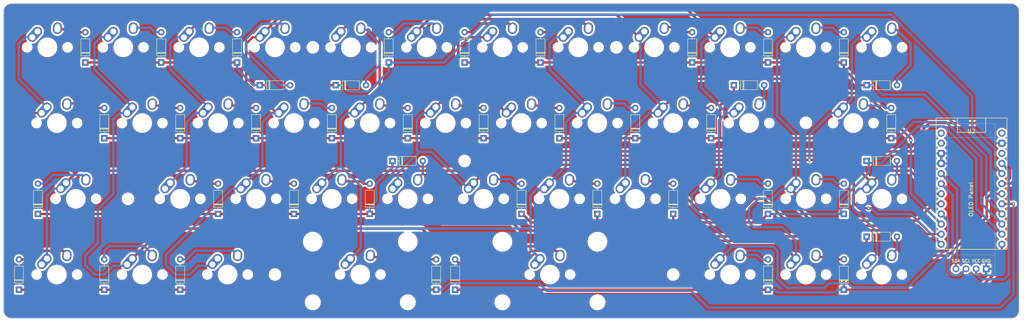
<source format=kicad_pcb>
(kicad_pcb (version 20221018) (generator pcbnew)
  (layers (0 "F.Cu" signal) (31 "B.Cu" signal) (34 "B.Paste" user) (35 "F.Paste" user) (36 "B.SilkS" user "B.Silkscreen") (37 "F.SilkS" user "F.Silkscreen") (38 "B.Mask" user) (39 "F.Mask" user) (44 "Edge.Cuts" user))
  (net 0 "")
  (net 1 "L0")
  (net 2 "Net-(D1-A)")
  (net 3 "Net-(D2-A)")
  (net 4 "Net-(D3-A)")
  (net 5 "Net-(D4-A)")
  (net 6 "Net-(D5-A)")
  (net 7 "Net-(D6-A)")
  (net 8 "L1")
  (net 9 "Net-(D7-A)")
  (net 10 "Net-(D8-A)")
  (net 11 "Net-(D9-A)")
  (net 12 "Net-(D10-A)")
  (net 13 "Net-(D11-A)")
  (net 14 "Net-(D12-A)")
  (net 15 "L2")
  (net 16 "Net-(D13-A)")
  (net 17 "Net-(D14-A)")
  (net 18 "Net-(D15-A)")
  (net 19 "Net-(D16-A)")
  (net 20 "Net-(D17-A)")
  (net 21 "Net-(D18-A)")
  (net 22 "L3")
  (net 23 "Net-(D19-A)")
  (net 24 "Net-(D20-A)")
  (net 25 "Net-(D21-A)")
  (net 26 "Net-(D22-A)")
  (net 27 "Net-(D23-A)")
  (net 28 "L4")
  (net 29 "Net-(D24-A)")
  (net 30 "Net-(D25-A)")
  (net 31 "Net-(D26-A)")
  (net 32 "Net-(D27-A)")
  (net 33 "Net-(D28-A)")
  (net 34 "L5")
  (net 35 "Net-(D29-A)")
  (net 36 "Net-(D30-A)")
  (net 37 "Net-(D31-A)")
  (net 38 "Net-(D32-A)")
  (net 39 "Net-(D33-A)")
  (net 40 "Net-(D34-A)")
  (net 41 "L6")
  (net 42 "Net-(D35-A)")
  (net 43 "Net-(D36-A)")
  (net 44 "Net-(D37-A)")
  (net 45 "Net-(D38-A)")
  (net 46 "L7")
  (net 47 "Net-(D39-A)")
  (net 48 "Net-(D40-A)")
  (net 49 "Net-(D41-A)")
  (net 50 "Net-(D42-A)")
  (net 51 "GND")
  (net 52 "Net-(U1-D1)")
  (net 53 "Net-(U1-D0)")
  (net 56 "VCC")
  (net 57 "C0")
  (net 58 "C1")
  (net 59 "C2")
  (net 60 "C3")
  (net 61 "C4")
  (net 62 "C5")
  (footprint "Diode_THT:D_DO-35_SOD27_P7.62mm_Horizontal" (layer "F.Cu") (at 124.275 153.81 90)
    (fp_text reference "D14" hide)
    (fp_text value "1N4148" hide)
  )
  (footprint "mx:MX-Alps-Hybrid-1.25U" (layer "F.Cu") (at 260.0063 169.05)
    (fp_text reference "MX32" hide)
    (fp_text value "MX" hide)
  )
  (footprint "mx:MX-Alps-Hybrid-1U" (layer "F.Cu") (at 210 150)
    (fp_text reference "MX19" hide)
    (fp_text value "MX" hide)
  )
  (footprint "PCM_marbastlib-xp-promicroish:ProMicro_USBup" (layer "F.Cu") (at 323.03 166.51)
    (fp_text reference "U1" hide)
    (fp_text value "ProMicro" hide)
  )
  (footprint "mx:MX-Alps-Hybrid-1U" (layer "F.Cu") (at 90.9375 130.95)
    (fp_text reference "MX1" hide)
    (fp_text value "MX" hide)
  )
  (footprint "Diode_THT:D_DO-35_SOD27_P7.62mm_Horizontal" (layer "F.Cu") (at 290.9625 191.91 90)
    (fp_text reference "D41" hide)
    (fp_text value "1N4148" hide)
  )
  (footprint "Diode_THT:D_DO-35_SOD27_P7.62mm_Horizontal" (layer "F.Cu") (at 252.8625 134.76 90)
    (fp_text reference "D9" hide)
    (fp_text value "1N4148" hide)
  )
  (footprint "Diode_THT:D_DO-35_SOD27_P7.62mm_Horizontal" (layer "F.Cu") (at 133.8 172.86 90)
    (fp_text reference "D25" hide)
    (fp_text value "1N4148" hide)
  )
  (footprint "mx:MX-Alps-Hybrid-1U" (layer "F.Cu") (at 200.475 169.05)
    (fp_text reference "MX29" hide)
    (fp_text value "MX" hide)
  )
  (footprint "mx:MX-Alps-Hybrid-1.25U" (layer "F.Cu") (at 136.1813 188.1)
    (fp_text reference "MX37" hide)
    (fp_text value "MX" hide)
  )
  (footprint "mx:MX-Alps-Hybrid-1U" (layer "F.Cu") (at 243.3375 130.95)
    (fp_text reference "MX9" hide)
    (fp_text value "MX" hide)
  )
  (footprint "Diode_THT:D_DO-35_SOD27_P7.62mm_Horizontal" (layer "F.Cu") (at 143.325 153.81 90)
    (fp_text reference "D15" hide)
    (fp_text value "1N4148" hide)
  )
  (footprint "Diode_THT:D_DO-35_SOD27_P7.62mm_Horizontal" (layer "F.Cu") (at 193.3313 191.91 90)
    (fp_text reference "D39" hide)
    (fp_text value "1N4148" hide)
  )
  (footprint "mx:MX-Alps-Hybrid-1U" (layer "F.Cu") (at 109.9875 130.95)
    (fp_text reference "MX2" hide)
    (fp_text value "MX" hide)
  )
  (footprint "mx:MX-Alps-Hybrid-1U" (layer "F.Cu") (at 190.95 150)
    (fp_text reference "MX18" hide)
    (fp_text value "MX" hide)
  )
  (footprint "MountingHole:MountingHole_2.2mm_M2" (layer "F.Cu") (at 281.4375 149.925)
    (fp_text reference "H5" hide)
    (fp_text value "MountingHole" hide)
  )
  (footprint "Diode_THT:D_DO-35_SOD27_P7.62mm_Horizontal" (layer "F.Cu") (at 144.2775 140.475)
    (fp_text reference "D4" hide)
    (fp_text value "1N4148" hide)
  )
  (footprint "Diode_THT:D_DO-35_SOD27_P7.62mm_Horizontal" (layer "F.Cu") (at 229.05 172.86 90)
    (fp_text reference "D30" hide)
    (fp_text value "1N4148" hide)
  )
  (footprint "mx:MX-Alps-Hybrid-1U" (layer "F.Cu") (at 181.425 169.05)
    (fp_text reference "MX28" hide)
    (fp_text value "MX" hide)
  )
  (footprint "mx:MX-Alps-Hybrid-1U" (layer "F.Cu") (at 224.2875 130.95)
    (fp_text reference "MX8" hide)
    (fp_text value "MX" hide)
  )
  (footprint "Diode_THT:D_DO-35_SOD27_P7.62mm_Horizontal" (layer "F.Cu") (at 181.425 153.81 90)
    (fp_text reference "D17" hide)
    (fp_text value "1N4148" hide)
  )
  (footprint "mx:MX-Alps-Hybrid-1U" (layer "F.Cu") (at 300.4875 130.95)
    (fp_text reference "MX12" hide)
    (fp_text value "MX" hide)
  )
  (footprint "mx:MX-Alps-Hybrid-1U" (layer "F.Cu") (at 300.4875 188.1)
    (fp_text reference "MX42" hide)
    (fp_text value "MX" hide)
  )
  (footprint "Diode_THT:D_DO-35_SOD27_P7.62mm_Horizontal" (layer "F.Cu") (at 124.275 191.91 90)
    (fp_text reference "D37" hide)
    (fp_text value "1N4148" hide)
  )
  (footprint "Diode_THT:D_DO-35_SOD27_P7.62mm_Horizontal" (layer "F.Cu") (at 188.5688 191.91 90)
    (fp_text reference "D38" hide)
    (fp_text value "1N4148" hide)
  )
  (footprint "MountingHole:MountingHole_2.2mm_M2" (layer "F.Cu") (at 111.1781 169.05)
    (fp_text reference "H3" hide)
    (fp_text value "MountingHole" hide)
  )
  (footprint "Diode_THT:D_DO-35_SOD27_P7.62mm_Horizontal" (layer "F.Cu") (at 177.615 159.525)
    (fp_text reference "D28" hide)
    (fp_text value "1N4148" hide)
  )
  (footprint "mx:MX-Alps-Hybrid-1U" (layer "F.Cu") (at 238.575 169.05)
    (fp_text reference "MX31" hide)
    (fp_text value "MX" hide)
  )
  (footprint "Diode_THT:D_DO-35_SOD27_P7.62mm_Horizontal" (layer "F.Cu") (at 290.9625 172.86 90)
    (fp_text reference "D33" hide)
    (fp_text value "1N4148" hide)
  )
  (footprint "Diode_THT:D_DO-35_SOD27_P7.62mm_Horizontal" (layer "F.Cu") (at 271.9125 172.86 90)
    (fp_text reference "D32" hide)
    (fp_text value "1N4148" hide)
  )
  (footprint "mx:MX-Alps-Hybrid-1U" (layer "F.Cu") (at 281.4375 188.1)
    (fp_text reference "MX41" hide)
    (fp_text value "MX" hide)
  )
  (footprint "Diode_THT:D_DO-35_SOD27_P7.62mm_Horizontal" (layer "F.Cu") (at 296.6775 159.525)
    (fp_text reference "D34" hide)
    (fp_text value "1N4148" hide)
  )
  (footprint "Diode_THT:D_DO-35_SOD27_P7.62mm_Horizontal" (layer "F.Cu") (at 105.225 153.81 90)
    (fp_text reference "D13" hide)
    (fp_text value "1N4148" hide)
  )
  (footprint "mx:MX-Alps-Hybrid-1U" (layer "F.Cu") (at 262.3875 130.95)
    (fp_text reference "MX10" hide)
    (fp_text value "MX" hide)
  )
  (footprint "mx:MX-Alps-Hybrid-1U" (layer "F.Cu") (at 167.1375 130.95)
    (fp_text reference "MX5" hide)
    (fp_text value "MX" hide)
  )
  (footprint "mx:MX-Alps-Hybrid-1U" (layer "F.Cu") (at 262.3875 188.1)
    (fp_text reference "MX40" hide)
    (fp_text value "MX" hide)
  )
  (footprint "mx:MX-Alps-Hybrid-1.25U" (layer "F.Cu") (at 93.3188 150)
    (fp_text reference "MX13" hide)
    (fp_text value "MX" hide)
  )
  (footprint "mx:MX-Alps-Hybrid-1.25U" (layer "F.Cu") (at 93.3188 188.1)
    (fp_text reference "MX35" hide)
    (fp_text value "MX" hide)
  )
  (footprint "Diode_THT:D_DO-35_SOD27_P7.62mm_Horizontal" (layer "F.Cu") (at 296.6775 140.475)
    (fp_text reference "D12" hide)
    (fp_text value "1N4148" hide)
  )
  (footprint "mx:MX-Alps-Hybrid-1U" (layer "F.Cu") (at 143.325 169.05)
    (fp_text reference "MX26" hide)
    (fp_text value "MX" hide)
  )
  (footprint "Diode_THT:D_DO-35_SOD27_P7.62mm_Horizontal" (layer "F.Cu") (at 219.525 153.81 90)
    (fp_text reference "D19" hide)
    (fp_text value "1N4148" hide)
  )
  (footprint "Diode_THT:D_DO-35_SOD27_P7.62mm_Horizontal" (layer "F.Cu") (at 210 172.86 90)
    (fp_text reference "D29" hide)
    (fp_text value "1N4148" hide)
  )
  (footprint "Diode_THT:D_DO-35_SOD27_P7.62mm_Horizontal" (layer "F.Cu") (at 271.9125 191.91 90)
    (fp_text reference "D40" hide)
    (fp_text value "1N4148" hide)
  )
  (footprint "Diode_THT:D_DO-35_SOD27_P7.62mm_Horizontal" (layer "F.Cu") (at 138.5625 134.76 90)
    (fp_text reference "D3" hide)
    (fp_text value "1N4148" hide)
  )
  (footprint "mx:MX-Alps-Hybrid-1U" (layer "F.Cu") (at 171.9 150)
    (fp_text reference "MX17" hide)
    (fp_text value "MX" hide)
  )
  (footprint "Diode_THT:D_DO-35_SOD27_P7.62mm_Horizontal" (layer "F.Cu") (at 296.6775 178.575)
    (fp_text reference "D42" hide)
    (fp_text value "1N4148" hide)
  )
  (footprint "mx:MX-Alps-Hybrid-2.75U-ReversedStabilizers" (layer "F.Cu") (at 217.1438 188.1)
    (fp_text reference "MX39" hide)
    (fp_text value "MX" hide)
  )
  (footprint "mx:MX-Alps-Hybrid-1U" (layer "F.Cu") (at 205.2375 130.95)
    (fp_text reference "MX7" hide)
    (fp_text value "MX" hide)
  )
  (footprint "Diode_THT:D_DO-35_SOD27_P7.62mm_Horizontal" (layer "F.Cu") (at 88.5563 172.86 90)
    (fp_text reference "D24" hide)
    (fp_text value "1N4148" hide)
  )
  (footprint "mx:MX-Alps-Hybrid-1U" (layer "F.Cu") (at 124.275 169.05)
    (fp_text reference "MX25" hide)
    (fp_text value "MX" hide)
  )
  (footprint "mx:MX-Alps-Hybrid-1U" (layer "F.Cu") (at 248.1 150)
    (fp_text reference "MX21" hide)
    (fp_text value "MX" hide)
  )
  (footprint "MountingHole:MountingHole_2.2mm_M2" (layer "F.Cu") (at 148.0875 188.1)
    (fp_text reference "H4" hide)
    (fp_text value "MountingHole" hide)
  )
  (footprint "mx:MX-Alps-Hybrid-1.75U" (layer "F.Cu") (at 98.0813 169.05)
    (fp_text reference "MX24" hide)
    (fp_text value "MX" hide)
  )
  (footprint "Diode_THT:D_DO-35_SOD27_P7.62mm_Horizontal" (layer "F.Cu") (at 100.4625 134.76 90)
    (fp_text reference "D1" hide)
    (fp_text value "1N4148" hide)
  )
  (footprint "mx:MX-Alps-Hybrid-1U" (layer "F.Cu") (at 186.1875 130.95)
    (fp_text reference "MX6" hide)
    (fp_text value "MX" hide)
  )
  (footprint "Diode_THT:D_DO-35_SOD27_P7.62mm_Horizontal" (layer "F.Cu") (at 214.7625 134.76 90)
    (fp_text reference "D8" hide)
    (fp_text value "1N4148" hide)
  )
  (footprint "Diode_THT:D_DO-35_SOD27_P7.62mm_Horizontal" (layer "F.Cu") (at 195.7125 134.76 90)
    (fp_text reference "D7" hide)
    (fp_text value "1N4148" hide)
  )
  (footprint "mx:MX-Alps-Hybrid-1U" (layer "F.Cu") (at 114.75 188.1)
    (fp_text reference "MX36" hide)
    (fp_text value "MX" hide)
  )
  (footprint "oled:SSD1306-0.91-OLED-4pin-128x32" (layer "F.Cu") (at 328.915 150.165 -90)
    (fp_text reference "U2")
    (fp_text value "SSD1306")
  )
  (footprint "mx:MX-Alps-Hybrid-2.25U-ReversedStabilizers" (layer "F.Cu") (at 169.5188 188.1)
    (fp_text reference "MX38" hide)
    (fp_text value "MX" hide)
  )
  (footprint "Diode_THT:D_DO-35_SOD27_P7.62mm_Horizontal" (layer "F.Cu") (at 290.9625 134.76 90)
    (fp_text reference "D11" hide)
    (fp_text value "1N4148" hide)
  )
  (footprint "mx:MX-Alps-Hybrid-1U" (layer "F.Cu") (at 219.525 169.05)
    (fp_text reference "MX30" hide)
    (fp_text value "MX" hide)
  )
  (footprint "mx:MX-Alps-Hybrid-1U" (layer "F.Cu") (at 281.4375 169.05)
    (fp_text reference "MX33" hide)
    (fp_text value "MX" hide)
  )
  (footprint "Diode_THT:D_DO-35_SOD27_P7.62mm_Horizontal" (layer "F.Cu") (at 162.375 153.81 90)
    (fp_text reference "D16" hide)
    (fp_text value "1N4148" hide)
  )
  (footprint "Diode_THT:D_DO-35_SOD27_P7.62mm_Horizontal" (layer "F.Cu") (at 105.225 191.91 90)
    (fp_text reference "D36" hide)
    (fp_text value "1N4148" hide)
  )
  (footprint "mx:MX-Alps-Hybrid-1.75U" (layer "F.Cu") (at 293.3438 150)
    (fp_text reference "MX23" hide)
    (fp_text value "MX" hide)
  )
  (footprint "mx:MX-Alps-Hybrid-1U" (layer "F.Cu") (at 229.05 150)
    (fp_text reference "MX20" hide)
    (fp_text value "MX" hide)
  )
  (footprint "Diode_THT:D_DO-35_SOD27_P7.62mm_Horizontal" (layer "F.Cu") (at 257.625 153.81 90)
    (fp_text reference "D21" hide)
    (fp_text value "1N4148" hide)
  )
  (footprint "mx:MX-Alps-Hybrid-1U" (layer "F.Cu") (at 300.4875 169.05)
    (fp_text reference "MX34" hide)
    (fp_text value "MX" hide)
  )
  (footprint "Diode_THT:D_DO-35_SOD27_P7.62mm_Horizontal" (layer "F.Cu") (at 119.5125 134.76 90)
    (fp_text reference "D2" hide)
    (fp_text value "1N4148" hide)
  )
  (footprint "MountingHole:MountingHole_2.2mm_M2" (layer "F.Cu") (at 248.1 188.1)
    (fp_text reference "H6" hide)
    (fp_text value "MountingHole" hide)
  )
  (footprint "mx:MX-Alps-Hybrid-1U" (layer "F.Cu") (at 148.0875 130.95)
    (fp_text reference "MX4" hide)
    (fp_text value "MX" hide)
  )
  (footprint "mx:MX-Alps-Hybrid-1U" (layer "F.Cu") (at 267.15 150)
    (fp_text reference "MX22" hide)
    (fp_text value "MX" hide)
  )
  (footprint "mx:MX-Alps-Hybrid-1U" (layer "F.Cu") (at 281.4375 130.95)
    (fp_text reference "MX11" hide)
    (fp_text value "MX" hide)
  )
  (footprint "mx:MX-Alps-Hybrid-1U" (layer "F.Cu") (at 162.375 169.05)
    (fp_text reference "MX27" hide)
    (fp_text value "MX" hide)
  )
  (footprint "Diode_THT:D_DO-35_SOD27_P7.62mm_Horizontal" (layer "F.Cu") (at 200.475 153.81 90)
    (fp_text reference "D18" hide)
    (fp_text value "1N4148" hide)
  )
  (footprint "mx:MX-Alps-Hybrid-1U" (layer "F.Cu") (at 129.0375 130.95)
    (fp_text reference "MX3" hide)
    (fp_text value "MX" hide)
  )
  (footprint "Diode_THT:D_DO-35_SOD27_P7.62mm_Horizontal" (layer "F.Cu") (at 83.7938 191.91 90)
    (fp_text reference "D35" hide)
    (fp_text value "1N4148" hide)
  )
  (footprint "Diode_THT:D_DO-35_SOD27_P7.62mm_Horizontal" (layer "F.Cu") (at 152.85 172.86 90)
    (fp_text reference "D26" hide)
    (fp_text value "1N4148" hide)
  )
  (footprint "mx:MX-Alps-Hybrid-1U" (layer "F.Cu") (at 152.85 150)
    (fp_text reference "MX16" hide)
    (fp_text value "MX" hide)
  )
  (footprint "Diode_THT:D_DO-35_SOD27_P7.62mm_Horizontal" (layer "F.Cu") (at 271.9125 134.76 90)
    (fp_text reference "D10" hide)
    (fp_text value "1N4148" hide)
  )
  (footprint "MountingHole:MountingHole_2.2mm_M2" (layer "F.Cu") (at 195.7125 159.525)
    (fp_text reference "H1" hide)
    (fp_text value "MountingHole" hide)
  )
  (footprint "mx:MX-Alps-Hybrid-1U" (layer "F.Cu") (at 133.8 150)
    (fp_text reference "MX15" hide)
    (fp_text value "MX" hide)
  )
  (footprint "Diode_THT:D_DO-35_SOD27_P7.62mm_Horizontal" (layer "F.Cu") (at 176.6625 134.76 90)
    (fp_text reference "D6" hide)
    (fp_text value "1N4148" hide)
  )
  (footprint "Diode_THT:D_DO-35_SOD27_P7.62mm_Horizontal" (layer "F.Cu") (at 263.34 140.475)
    (fp_text reference "D22" hide)
    (fp_text value "1N4148" hide)
  )
  (footprint "Diode_THT:D_DO-35_SOD27_P7.62mm_Horizontal" (layer "F.Cu") (at 171.9 172.86 90)
    (fp_text reference "D27" hide)
    (fp_text value "1N4148" hide)
  )
  (footprint "Diode_THT:D_DO-35_SOD27_P7.62mm_Horizontal" (layer "F.Cu") (at 163.3275 140.475)
    (fp_text reference "D5" hide)
    (fp_text value "1N4148" hide)
  )
  (footprint "MountingHole:MountingHole_2.2mm_M2" (layer "F.Cu") (at 233.8125 130.95)
    (fp_text reference "H7" hide)
    (fp_text value "MountingHole" hide)
  )
  (footprint "Diode_THT:D_DO-35_SOD27_P7.62mm_Horizontal" (layer "F.Cu") (at 248.1 172.86 90)
    (fp_text reference "D31" hide)
    (fp_text value "1N4148" hide)
  )
  (footprint "Diode_THT:D_DO-35_SOD27_P7.62mm_Horizontal" (layer "F.Cu") (at 238.575 153.81 90)
    (fp_text reference "D20" hide)
    (fp_text value "1N4148" hide)
  )
  (footprint "MountingHole:MountingHole_2.2mm_M2" (layer "F.Cu") (at 157.6125 130.95)
    (fp_text reference "H2" hide)
    (fp_text value "MountingHole" hide)
  )
  (footprint "Diode_THT:D_DO-35_SOD27_P7.62mm_Horizontal" (layer "F.Cu") (at 302.8688 153.81 90)
    (fp_text reference "D23" hide)
    (fp_text value "1N4148" hide)
  )
  (footprint "mx:MX-Alps-Hybrid-1U" (layer "F.Cu") (at 114.75 150)
    (fp_text reference "MX14" hide)
    (fp_text value "MX" hide)
  )
  (gr_line locked (start 81.9375 119.95) (end 332.95 119.95) (stroke (width 0.1)) (layer "Edge.Cuts"))
  (gr_line locked (start 334.95 197.1) (end 334.95 121.95) (stroke (width 0.1)) (layer "Edge.Cuts"))
  (gr_arc locked (start 79.9375 121.95) (mid 80.523286 120.535786) (end 81.9375 119.95) (stroke (width 0.1)) (layer "Edge.Cuts"))
  (gr_arc locked (start 332.95 119.95) (mid 334.364214 120.535786) (end 334.95 121.95) (stroke (width 0.1)) (layer "Edge.Cuts"))
  (gr_line locked (start 79.9375 121.95) (end 79.9375 197.1) (stroke (width 0.1)) (layer "Edge.Cuts"))
  (gr_arc locked (start 334.95 197.1) (mid 334.364214 198.514214) (end 332.95 199.1) (stroke (width 0.1)) (layer "Edge.Cuts"))
  (gr_arc locked (start 81.9375 199.1) (mid 80.523286 198.514214) (end 79.9375 197.1) (stroke (width 0.1)) (layer "Edge.Cuts"))
  (gr_line locked (start 81.9375 199.1) (end 332.95 199.1) (stroke (width 0.1)) (layer "Edge.Cuts"))
  (segment (start 163.3275 140.475) (end 161.7256 140.475) (width 0.6) (layer "F.Cu") (net 1))
  (segment (start 144.2775 140.475) (end 145.8794 140.475) (width 0.6) (layer "F.Cu") (net 1))
  (segment (start 147.4813 142.0769) (end 145.8794 140.475) (width 0.6) (layer "F.Cu") (net 1))
  (segment (start 160.1237 142.0769) (end 147.4813 142.0769) (width 0.6) (layer "F.Cu") (net 1))
  (segment (start 100.4625 134.76) (end 119.5125 134.76) (width 0.6) (layer "F.Cu") (net 1))
  (segment (start 138.5625 134.76) (end 119.5125 134.76) (width 0.6) (layer "F.Cu") (net 1))
  (segment (start 161.7256 140.475) (end 160.1237 142.0769) (width 0.6) (layer "F.Cu") (net 1))
  (segment (start 176.6625 134.76) (end 176.6625 137.0367) (width 0.6) (layer "B.Cu") (net 1))
  (segment (start 144.2775 140.475) (end 142.6756 140.475) (width 0.6) (layer "B.Cu") (net 1))
  (segment (start 323.2099 143.1975) (end 302.7851 122.7727) (width 0.6) (layer "B.Cu") (net 1))
  (segment (start 170.9098 142.0886) (end 170.9083 142.0871) (width 0.6) (layer "B.Cu") (net 1))
  (segment (start 138.5625 136.3619) (end 142.6756 140.475) (width 0.6) (layer "B.Cu") (net 1))
  (segment (start 166.5415 142.0871) (end 164.9294 140.475) (width 0.6) (layer "B.Cu") (net 1))
  (segment (start 171.6106 142.0886) (end 170.9098 142.0886) (width 0.6) (layer "B.Cu") (net 1))
  (segment (start 328.9466 156.6265) (end 323.2099 150.8898) (width 0.6) (layer "B.Cu") (net 1))
  (segment (start 170.9083 142.0871) (end 166.5415 142.0871) (width 0.6) (layer "B.Cu") (net 1))
  (segment (start 163.3275 140.475) (end 164.9294 140.475) (width 0.6) (layer "B.Cu") (net 1))
  (segment (start 176.6625 137.0367) (end 171.6106 142.0886) (width 0.6) (layer "B.Cu") (net 1))
  (segment (start 176.6625 134.76) (end 190.5268 134.76) (width 0.6) (layer "B.Cu") (net 1))
  (segment (start 330.65 162.7) (end 328.9466 160.9966) (width 0.6) (layer "B.Cu") (net 1))
  (segment (start 302.7851 122.7727) (end 202.5141 122.7727) (width 0.6) (layer "B.Cu") (net 1))
  (segment (start 323.2099 150.8898) (end 323.2099 143.1975) (width 0.6) (layer "B.Cu") (net 1))
  (segment (start 138.5625 134.76) (end 138.5625 136.3619) (width 0.6) (layer "B.Cu") (net 1))
  (segment (start 202.5141 122.7727) (end 190.5268 134.76) (width 0.6) (layer "B.Cu") (net 1))
  (segment (start 328.9466 160.9966) (end 328.9466 156.6265) (width 0.6) (layer "B.Cu") (net 1))
  (segment (start 93.4775 126.41) (end 98.1306 126.41) (width 0.6) (layer "F.Cu") (net 2))
  (segment (start 98.1306 126.41) (end 98.8606 127.14) (width 0.6) (layer "F.Cu") (net 2))
  (segment (start 100.4625 127.14) (end 98.8606 127.14) (width 0.6) (layer "F.Cu") (net 2))
  (segment (start 119.5125 127.14) (end 117.9106 127.14) (width 0.6) (layer "B.Cu") (net 3))
  (segment (start 112.5275 126.0079) (end 116.7785 126.0079) (width 0.6) (layer "B.Cu") (net 3))
  (segment (start 116.7785 126.0079) (end 117.9106 127.14) (width 0.6) (layer "B.Cu") (net 3))
  (segment (start 138.5625 127.14) (end 136.9606 127.14) (width 0.6) (layer "B.Cu") (net 4))
  (segment (start 135.8285 126.0079) (end 136.9606 127.14) (width 0.6) (layer "B.Cu") (net 4))
  (segment (start 131.5775 126.0079) (end 135.8285 126.0079) (width 0.6) (layer "B.Cu") (net 4))
  (segment (start 151.8975 140.475) (end 149.4602 140.475) (width 0.6) (layer "B.Cu") (net 5))
  (segment (start 140.8374 131.8522) (end 140.8374 128.8335) (width 0.6) (layer "B.Cu") (net 5))
  (segment (start 140.8374 128.8335) (end 144.7017 124.9692) (width 0.6) (layer "B.Cu") (net 5))
  (segment (start 144.7017 124.9692) (end 149.6867 124.9692) (width 0.6) (layer "B.Cu") (net 5))
  (segment (start 149.6867 124.9692) (end 150.5875 125.87) (width 0.6) (layer "B.Cu") (net 5))
  (segment (start 149.4602 140.475) (end 140.8374 131.8522) (width 0.6) (layer "B.Cu") (net 5))
  (segment (start 170.9475 140.475) (end 170.9475 138.8731) (width 0.6) (layer "B.Cu") (net 6))
  (segment (start 170.9475 138.8731) (end 174.3914 135.4292) (width 0.6) (layer "B.Cu") (net 6))
  (segment (start 169.6375 126.45) (end 171.6805 126.5909) (width 0.6) (layer "B.Cu") (net 6))
  (segment (start 174.3914 130.0478) (end 171.6805 127.3369) (width 0.6) (layer "B.Cu") (net 6))
  (segment (start 174.3914 135.4292) (end 174.3914 130.0478) (width 0.6) (layer "B.Cu") (net 6))
  (segment (start 171.6805 127.3369) (end 171.6805 126.5909) (width 0.6) (layer "B.Cu") (net 6))
  (segment (start 188.7275 125.87) (end 187.8228 124.9653) (width 0.6) (layer "B.Cu") (net 7))
  (segment (start 176.6625 127.14) (end 178.2644 127.14) (width 0.6) (layer "B.Cu") (net 7))
  (segment (start 187.8228 124.9653) (end 180.4391 124.9653) (width 0.6) (layer "B.Cu") (net 7))
  (segment (start 180.4391 124.9653) (end 178.2644 127.14) (width 0.6) (layer "B.Cu") (net 7))
  (segment (start 195.7125 134.76) (end 214.7625 134.76) (width 0.6) (layer "F.Cu") (net 8))
  (segment (start 295.0756 140.475) (end 290.9625 136.3619) (width 0.6) (layer "F.Cu") (net 8))
  (segment (start 271.9125 134.76) (end 290.9625 134.76) (width 0.6) (layer "F.Cu") (net 8))
  (segment (start 252.8625 134.76) (end 271.9125 134.76) (width 0.6) (layer "F.Cu") (net 8))
  (segment (start 296.6775 140.475) (end 295.0756 140.475) (width 0.6) (layer "F.Cu") (net 8))
  (segment (start 290.9625 134.76) (end 290.9625 136.3619) (width 0.6) (layer "F.Cu") (net 8))
  (segment (start 252.8625 134.76) (end 214.7625 134.76) (width 0.6) (layer "F.Cu") (net 8))
  (segment (start 330.65 172.86) (end 326.7428 168.9528) (width 0.6) (layer "B.Cu") (net 8))
  (segment (start 296.6775 140.475) (end 298.2794 140.475) (width 0.6) (layer "B.Cu") (net 8))
  (segment (start 311.2726 142.8469) (end 300.6513 142.8469) (width 0.6) (layer "B.Cu") (net 8))
  (segment (start 326.7428 168.9528) (end 326.7428 158.3171) (width 0.6) (layer "B.Cu") (net 8))
  (segment (start 326.7428 158.3171) (end 311.2726 142.8469) (width 0.6) (layer "B.Cu") (net 8))
  (segment (start 300.6513 142.8469) (end 298.2794 140.475) (width 0.6) (layer "B.Cu") (net 8))
  (segment (start 206.8312 124.9637) (end 207.7375 125.87) (width 0.6) (layer "F.Cu") (net 9))
  (segment (start 197.3144 127.14) (end 199.4907 124.9637) (width 0.6) (layer "F.Cu") (net 9))
  (segment (start 199.4907 124.9637) (end 206.8312 124.9637) (width 0.6) (layer "F.Cu") (net 9))
  (segment (start 195.7125 127.14) (end 197.3144 127.14) (width 0.6) (layer "F.Cu") (net 9))
  (segment (start 216.3644 127.14) (end 218.5415 124.9629) (width 0.6) (layer "F.Cu") (net 10))
  (segment (start 218.5415 124.9629) (end 225.8404 124.9629) (width 0.6) (layer "F.Cu") (net 10))
  (segment (start 225.8404 124.9629) (end 226.7875 125.91) (width 0.6) (layer "F.Cu") (net 10))
  (segment (start 214.7625 127.14) (end 216.3644 127.14) (width 0.6) (layer "F.Cu") (net 10))
  (segment (start 252.8625 127.14) (end 251.2606 127.14) (width 0.6) (layer "F.Cu") (net 11))
  (segment (start 245.8775 125.87) (end 249.9906 125.87) (width 0.6) (layer "F.Cu") (net 11))
  (segment (start 249.9906 125.87) (end 251.2606 127.14) (width 0.6) (layer "F.Cu") (net 11))
  (segment (start 271.9125 127.14) (end 270.3106 127.14) (width 0.6) (layer "B.Cu") (net 12))
  (segment (start 269.1785 126.0079) (end 270.3106 127.14) (width 0.6) (layer "B.Cu") (net 12))
  (segment (start 264.9275 126.0079) (end 269.1785 126.0079) (width 0.6) (layer "B.Cu") (net 12))
  (segment (start 288.2285 126.0079) (end 289.3606 127.14) (width 0.6) (layer "B.Cu") (net 13))
  (segment (start 290.9625 127.14) (end 289.3606 127.14) (width 0.6) (layer "B.Cu") (net 13))
  (segment (start 283.9775 126.0079) (end 288.2285 126.0079) (width 0.6) (layer "B.Cu") (net 13))
  (segment (start 307.7328 135.4378) (end 304.2975 138.8731) (width 0.6) (layer "B.Cu") (net 14))
  (segment (start 307.7328 130.0281) (end 307.7328 135.4378) (width 0.6) (layer "B.Cu") (net 14))
  (segment (start 304.2975 140.475) (end 304.2975 138.8731) (width 0.6) (layer "B.Cu") (net 14))
  (segment (start 303.5947 125.89) (end 307.7328 130.0281) (width 0.6) (layer "B.Cu") (net 14))
  (segment (start 312.39375 150) (end 310.99323 151.40052) (width 0.6) (layer "F.Cu") (net 15))
  (segment (start 332.872501 165.24) (end 333.825 164.2875) (width 0.6) (layer "F.Cu") (net 15))
  (segment (start 310.99323 154.552605) (end 308.402086 157.14375) (width 0.6) (layer "F.Cu") (net 15))
  (segment (start 143.325 153.81) (end 124.275 153.81) (width 0.6) (layer "F.Cu") (net 15))
  (segment (start 181.425 153.81) (end 162.375 153.81) (width 0.6) (layer "F.Cu") (net 15))
  (segment (start 310.99323 151.40052) (end 310.99323 154.552605) (width 0.6) (layer "F.Cu") (net 15))
  (segment (start 202.0769 153.81) (end 200.475 153.81) (width 0.6) (layer "F.Cu") (net 15))
  (segment (start 333.825 151.190625) (end 332.634375 150) (width 0.6) (layer "F.Cu") (net 15))
  (segment (start 203.8114 155.5445) (end 202.0769 153.81) (width 0.6) (layer "F.Cu") (net 15))
  (segment (start 333.825 164.2875) (end 333.825 151.190625) (width 0.6) (layer "F.Cu") (net 15))
  (segment (start 332.634375 150) (end 312.39375 150) (width 0.6) (layer "F.Cu") (net 15))
  (segment (start 162.375 153.81) (end 143.325 153.81) (width 0.6) (layer "F.Cu") (net 15))
  (segment (start 124.275 153.81) (end 105.225 153.81) (width 0.6) (layer "F.Cu") (net 15))
  (segment (start 330.65 165.24) (end 332.872501 165.24) (width 0.6) (layer "F.Cu") (net 15))
  (segment (start 218.334375 157.14375) (end 216.735125 155.5445) (width 0.6) (layer "F.Cu") (net 15))
  (segment (start 308.402086 157.14375) (end 218.334375 157.14375) (width 0.6) (layer "F.Cu") (net 15))
  (segment (start 181.425 153.81) (end 200.475 153.81) (width 0.6) (layer "F.Cu") (net 15))
  (segment (start 216.735125 155.5445) (end 203.8114 155.5445) (width 0.6) (layer "F.Cu") (net 15))
  (segment (start 102.491 145.0579) (end 103.6231 146.19) (width 0.6) (layer "F.Cu") (net 16))
  (segment (start 105.225 146.19) (end 103.6231 146.19) (width 0.6) (layer "F.Cu") (net 16))
  (segment (start 95.8588 145.0579) (end 102.491 145.0579) (width 0.6) (layer "F.Cu") (net 16))
  (segment (start 119.293 145.6409) (end 119.293 145.6408) (width 0.6) (layer "F.Cu") (net 17))
  (segment (start 124.275 146.19) (end 122.6731 146.19) (width 0.6) (layer "F.Cu") (net 17))
  (segment (start 122.1239 145.6408) (end 122.6731 146.19) (width 0.6) (layer "F.Cu") (net 17))
  (segment (start 117.25 145.5) (end 119.293 145.6409) (width 0.6) (layer "F.Cu") (net 17))
  (segment (start 119.293 145.6408) (end 122.1239 145.6408) (width 0.6) (layer "F.Cu") (net 17))
  (segment (start 143.325 146.19) (end 141.7231 146.19) (width 0.6) (layer "F.Cu") (net 18))
  (segment (start 138.343 145.6409) (end 138.343 145.6408) (width 0.6) (layer "F.Cu") (net 18))
  (segment (start 136.3 145.5) (end 138.343 145.6409) (width 0.6) (layer "F.Cu") (net 18))
  (segment (start 141.1739 145.6408) (end 141.7231 146.19) (width 0.6) (layer "F.Cu") (net 18))
  (segment (start 138.343 145.6408) (end 141.1739 145.6408) (width 0.6) (layer "F.Cu") (net 18))
  (segment (start 155.39 145.0579) (end 159.641 145.0579) (width 0.6) (layer "B.Cu") (net 19))
  (segment (start 159.641 145.0579) (end 160.7731 146.19) (width 0.6) (layer "B.Cu") (net 19))
  (segment (start 162.375 146.19) (end 160.7731 146.19) (width 0.6) (layer "B.Cu") (net 19))
  (segment (start 179.2739 145.6408) (end 179.8231 146.19) (width 0.6) (layer "F.Cu") (net 20))
  (segment (start 181.425 146.19) (end 179.8231 146.19) (width 0.6) (layer "F.Cu") (net 20))
  (segment (start 176.443 145.6408) (end 179.2739 145.6408) (width 0.6) (layer "F.Cu") (net 20))
  (segment (start 176.443 145.6409) (end 176.443 145.6408) (width 0.6) (layer "F.Cu") (net 20))
  (segment (start 174.4 145.5) (end 176.443 145.6409) (width 0.6) (layer "F.Cu") (net 20))
  (segment (start 195.493 145.6409) (end 195.493 145.6408) (width 0.6) (layer "F.Cu") (net 21))
  (segment (start 195.493 145.6408) (end 198.3239 145.6408) (width 0.6) (layer "F.Cu") (net 21))
  (segment (start 198.3239 145.6408) (end 198.8731 146.19) (width 0.6) (layer "F.Cu") (net 21))
  (segment (start 200.475 146.19) (end 198.8731 146.19) (width 0.6) (layer "F.Cu") (net 21))
  (segment (start 193.45 145.5) (end 195.493 145.6409) (width 0.6) (layer "F.Cu") (net 21))
  (segment (start 302.8688 153.81) (end 259.9064 153.81) (width 0.6) (layer "F.Cu") (net 22))
  (segment (start 263.34 140.475) (end 263.34 142.0769) (width 0.6) (layer "F.Cu") (net 22))
  (segment (start 259.9064 153.81) (end 257.625 153.81) (width 0.6) (layer "F.Cu") (net 22))
  (segment (start 259.9064 153.81) (end 259.9064 145.5105) (width 0.6) (layer "F.Cu") (net 22))
  (segment (start 259.9064 145.5105) (end 263.34 142.0769) (width 0.6) (layer "F.Cu") (net 22))
  (segment (start 219.525 153.81) (end 238.575 153.81) (width 0.6) (layer "F.Cu") (net 22))
  (segment (start 257.625 153.81) (end 238.575 153.81) (width 0.6) (layer "F.Cu") (net 22))
  (segment (start 330.65 175.4) (end 325.490625 170.240625) (width 0.6) (layer "B.Cu") (net 22))
  (segment (start 308.5516 149.7291) (end 304.4707 153.81) (width 0.6) (layer "B.Cu") (net 22))
  (segment (start 325.490625 158.641425) (end 316.5783 149.7291) (width 0.6) (layer "B.Cu") (net 22))
  (segment (start 304.4707 153.81) (end 302.8688 153.81) (width 0.6) (layer "B.Cu") (net 22))
  (segment (start 325.490625 170.240625) (end 325.490625 158.641425) (width 0.6) (layer "B.Cu") (net 22))
  (segment (start 316.5783 149.7291) (end 308.5516 149.7291) (width 0.6) (layer "B.Cu") (net 22))
  (segment (start 217.3739 145.6408) (end 217.9231 146.19) (width 0.6) (layer "F.Cu") (net 23))
  (segment (start 214.543 145.6409) (end 214.543 145.6408) (width 0.6) (layer "F.Cu") (net 23))
  (segment (start 219.525 146.19) (end 217.9231 146.19) (width 0.6) (layer "F.Cu") (net 23))
  (segment (start 212.5 145.5) (end 214.543 145.6409) (width 0.6) (layer "F.Cu") (net 23))
  (segment (start 214.543 145.6408) (end 217.3739 145.6408) (width 0.6) (layer "F.Cu") (net 23))
  (segment (start 235.841 145.0579) (end 236.9731 146.19) (width 0.6) (layer "B.Cu") (net 24))
  (segment (start 238.575 146.19) (end 236.9731 146.19) (width 0.6) (layer "B.Cu") (net 24))
  (segment (start 231.59 145.0579) (end 235.841 145.0579) (width 0.6) (layer "B.Cu") (net 24))
  (segment (start 250.6 145.5) (end 252.643 145.6409) (width 0.6) (layer "F.Cu") (net 25))
  (segment (start 257.625 146.19) (end 256.0231 146.19) (width 0.6) (layer "F.Cu") (net 25))
  (segment (start 255.4739 145.6408) (end 256.0231 146.19) (width 0.6) (layer "F.Cu") (net 25))
  (segment (start 252.643 145.6409) (end 252.643 145.6408) (width 0.6) (layer "F.Cu") (net 25))
  (segment (start 252.643 145.6408) (end 255.4739 145.6408) (width 0.6) (layer "F.Cu") (net 25))
  (segment (start 270.96 140.475) (end 270.96 143.65) (width 0.6) (layer "B.Cu") (net 26))
  (segment (start 270.96 143.65) (end 269.69 144.92) (width 0.6) (layer "B.Cu") (net 26))
  (segment (start 297.8868 145.6409) (end 297.8868 145.6408) (width 0.6) (layer "B.Cu") (net 27))
  (segment (start 302.8688 146.19) (end 301.2669 146.19) (width 0.6) (layer "B.Cu") (net 27))
  (segment (start 295.8438 145.5) (end 297.8868 145.6409) (width 0.6) (layer "B.Cu") (net 27))
  (segment (start 300.7177 145.6408) (end 301.2669 146.19) (width 0.6) (layer "B.Cu") (net 27))
  (segment (start 297.8868 145.6408) (end 300.7177 145.6408) (width 0.6) (layer "B.Cu") (net 27))
  (segment (start 317.15625 183.3375) (end 313.584375 183.3375) (width 0.6) (layer "F.Cu") (net 28))
  (segment (start 292.994038 178.510937) (end 234.081712 178.510937) (width 0.6) (layer "F.Cu") (net 28))
  (segment (start 232.621875 177.0511) (end 209.666725 177.0511) (width 0.6) (layer "F.Cu") (net 28))
  (segment (start 313.584375 183.3375) (end 307.217475 176.9706) (width 0.6) (layer "F.Cu") (net 28))
  (segment (start 207.61875 175.003125) (end 190.09265 175.003125) (width 0.6) (layer "F.Cu") (net 28))
  (segment (start 88.5563 172.86) (end 133.8 172.86) (width 0.6) (layer "F.Cu") (net 28))
  (segment (start 307.217475 176.9706) (end 294.534375 176.9706) (width 0.6) (layer "F.Cu") (net 28))
  (segment (start 171.9 172.86) (end 152.85 172.86) (width 0.6) (layer "F.Cu") (net 28))
  (segment (start 152.85 172.86) (end 133.8 172.86) (width 0.6) (layer "F.Cu") (net 28))
  (segment (start 234.081712 178.510937) (end 232.621875 177.0511) (width 0.6) (layer "F.Cu") (net 28))
  (segment (start 326.84 173.65375) (end 317.15625 183.3375) (width 0.6) (layer "F.Cu") (net 28))
  (segment (start 190.09265 175.003125) (end 187.949525 172.86) (width 0.6) (layer "F.Cu") (net 28))
  (segment (start 187.949525 172.86) (end 171.9 172.86) (width 0.6) (layer "F.Cu") (net 28))
  (segment (start 294.534375 176.9706) (end 292.994038 178.510937) (width 0.6) (layer "F.Cu") (net 28))
  (segment (start 330.65 167.78) (end 327.95125 167.78) (width 0.6) (layer "F.Cu") (net 28))
  (segment (start 327.95125 167.78) (end 326.84 168.89125) (width 0.6) (layer "F.Cu") (net 28))
  (segment (start 209.666725 177.0511) (end 207.61875 175.003125) (width 0.6) (layer "F.Cu") (net 28))
  (segment (start 326.84 168.89125) (end 326.84 173.65375) (width 0.6) (layer "F.Cu") (net 28))
  (segment (start 177.615 159.525) (end 177.615 161.1269) (width 0.6) (layer "B.Cu") (net 28))
  (segment (start 171.9 171.2581) (end 173.5019 169.6562) (width 0.6) (layer "B.Cu") (net 28))
  (segment (start 171.9 172.86) (end 171.9 171.2581) (width 0.6) (layer "B.Cu") (net 28))
  (segment (start 173.5019 165.24) (end 177.615 161.1269) (width 0.6) (layer "B.Cu") (net 28))
  (segment (start 173.5019 169.6562) (end 173.5019 165.24) (width 0.6) (layer "B.Cu") (net 28))
  (segment (start 88.5563 165.24) (end 90.1582 165.24) (width 0.6) (layer "B.Cu") (net 29))
  (segment (start 99.6176 163.0463) (end 92.3519 163.0463) (width 0.6) (layer "B.Cu") (net 29))
  (segment (start 92.3519 163.0463) (end 90.1582 165.24) (width 0.6) (layer "B.Cu") (net 29))
  (segment (start 100.5813 164.01) (end 99.6176 163.0463) (width 0.6) (layer "B.Cu") (net 29))
  (segment (start 131.6489 164.6908) (end 132.1981 165.24) (width 0.6) (layer "F.Cu") (net 30))
  (segment (start 126.775 164.55) (end 128.818 164.6909) (width 0.6) (layer "F.Cu") (net 30))
  (segment (start 128.818 164.6908) (end 131.6489 164.6908) (width 0.6) (layer "F.Cu") (net 30))
  (segment (start 133.8 165.24) (end 132.1981 165.24) (width 0.6) (layer "F.Cu") (net 30))
  (segment (start 128.818 164.6909) (end 128.818 164.6908) (width 0.6) (layer "F.Cu") (net 30))
  (segment (start 145.825 164.55) (end 147.868 164.6909) (width 0.6) (layer "F.Cu") (net 31))
  (segment (start 152.85 165.24) (end 151.2481 165.24) (width 0.6) (layer "F.Cu") (net 31))
  (segment (start 147.868 164.6908) (end 150.6989 164.6908) (width 0.6) (layer "F.Cu") (net 31))
  (segment (start 150.6989 164.6908) (end 151.2481 165.24) (width 0.6) (layer "F.Cu") (net 31))
  (segment (start 147.868 164.6909) (end 147.868 164.6908) (width 0.6) (layer "F.Cu") (net 31))
  (segment (start 166.918 164.6908) (end 169.7489 164.6908) (width 0.6) (layer "F.Cu") (net 32))
  (segment (start 169.7489 164.6908) (end 170.2981 165.24) (width 0.6) (layer "F.Cu") (net 32))
  (segment (start 171.9 165.24) (end 170.2981 165.24) (width 0.6) (layer "F.Cu") (net 32))
  (segment (start 164.875 164.55) (end 166.918 164.6909) (width 0.6) (layer "F.Cu") (net 32))
  (segment (start 166.918 164.6909) (end 166.918 164.6908) (width 0.6) (layer "F.Cu") (net 32))
  (segment (start 183.965 163.97) (end 185.235 162.7) (width 0.6) (layer "B.Cu") (net 33))
  (segment (start 185.235 162.7) (end 185.235 159.525) (width 0.6) (layer "B.Cu") (net 33))
  (segment (start 248.1 172.86) (end 248.1 175.003125) (width 0.6) (layer "F.Cu") (net 34))
  (segment (start 271.9125 172.86) (end 269.769375 175.003125) (width 0.6) (layer "F.Cu") (net 34))
  (segment (start 229.05 175.003125) (end 212.38125 175.003125) (width 0.6) (layer "F.Cu") (net 34))
  (segment (start 212.38125 175.003125) (end 210.238125 172.86) (width 0.6) (layer "F.Cu") (net 34))
  (segment (start 229.05 172.86) (end 229.05 175.003125) (width 0.6) (layer "F.Cu") (net 34))
  (segment (start 248.1 175.003125) (end 229.05 175.003125) (width 0.6) (layer "F.Cu") (net 34))
  (segment (start 269.769375 175.003125) (end 248.1 175.003125) (width 0.6) (layer "F.Cu") (net 34))
  (segment (start 316.128 150.8372) (end 309.6049 150.8372) (width 0.6) (layer "B.Cu") (net 34))
  (segment (start 300.3674 160.0747) (end 297.2272 160.0747) (width 0.6) (layer "B.Cu") (net 34))
  (segment (start 290.9625 172.86) (end 290.1616 172.86) (width 0.6) (layer "B.Cu") (net 34))
  (segment (start 290.1616 169.544) (end 290.1616 172.86) (width 0.6) (layer "B.Cu") (net 34))
  (segment (start 297.2272 160.0747) (end 297.2272 162.4784) (width 0.6) (layer "B.Cu") (net 34))
  (segment (start 309.6049 150.8372) (end 300.3674 160.0747) (width 0.6) (layer "B.Cu") (net 34))
  (segment (start 271.9125 172.86) (end 290.1616 172.86) (width 0.6) (layer "B.Cu") (net 34))
  (segment (start 297.2272 160.0747) (end 296.6775 159.525) (width 0.6) (layer "B.Cu") (net 34))
  (segment (start 330.65 177.94) (end 324.220625 171.510625) (width 0.6) (layer "B.Cu") (net 34))
  (segment (start 297.2272 162.4784) (end 290.1616 169.544) (width 0.6) (layer "B.Cu") (net 34))
  (segment (start 324.220625 171.510625) (end 324.220625 158.929825) (width 0.6) (layer "B.Cu") (net 34))
  (segment (start 324.220625 158.929825) (end 316.128 150.8372) (width 0.6) (layer "B.Cu") (net 34))
  (segment (start 207.266 164.1079) (end 208.3981 165.24) (width 0.6) (layer "B.Cu") (net 35))
  (segment (start 203.015 164.1079) (end 207.266 164.1079) (width 0.6) (layer "B.Cu") (net 35))
  (segment (start 210 165.24) (end 208.3981 165.24) (width 0.6) (layer "B.Cu") (net 35))
  (segment (start 222.025 164.55) (end 224.068 164.6909) (width 0.6) (layer "F.Cu") (net 36))
  (segment (start 224.068 164.6908) (end 226.8989 164.6908) (width 0.6) (layer "F.Cu") (net 36))
  (segment (start 224.068 164.6909) (end 224.068 164.6908) (width 0.6) (layer "F.Cu") (net 36))
  (segment (start 226.8989 164.6908) (end 227.4481 165.24) (width 0.6) (layer "F.Cu") (net 36))
  (segment (start 229.05 165.24) (end 227.4481 165.24) (width 0.6) (layer "F.Cu") (net 36))
  (segment (start 243.118 164.6909) (end 243.118 164.6908) (width 0.6) (layer "F.Cu") (net 37))
  (segment (start 243.118 164.6908) (end 245.9489 164.6908) (width 0.6) (layer "F.Cu") (net 37))
  (segment (start 241.075 164.55) (end 243.118 164.6909) (width 0.6) (layer "F.Cu") (net 37))
  (segment (start 245.9489 164.6908) (end 246.4981 165.24) (width 0.6) (layer "F.Cu") (net 37))
  (segment (start 248.1 165.24) (end 246.4981 165.24) (width 0.6) (layer "F.Cu") (net 37))
  (segment (start 271.9125 165.24) (end 270.3106 165.24) (width 0.6) (layer "B.Cu") (net 38))
  (segment (start 262.5463 164.1079) (end 269.1785 164.1079) (width 0.6) (layer "B.Cu") (net 38))
  (segment (start 269.1785 164.1079) (end 270.3106 165.24) (width 0.6) (layer "B.Cu") (net 38))
  (segment (start 283.9775 164.1079) (end 288.2285 164.1079) (width 0.6) (layer "B.Cu") (net 39))
  (segment (start 288.2285 164.1079) (end 289.3606 165.24) (width 0.6) (layer "B.Cu") (net 39))
  (segment (start 290.9625 165.24) (end 289.3606 165.24) (width 0.6) (layer "B.Cu") (net 39))
  (segment (start 303.0275 163.97) (end 304.2975 162.7) (width 0.6) (layer "B.Cu") (net 40))
  (segment (start 304.2975 162.7) (end 304.2975 159.525) (width 0.6) (layer "B.Cu") (net 40))
  (segment (start 330.65 170.32) (end 333.5814 170.32) (width 0.6) (layer "F.Cu") (net 41))
  (segment (start 83.7938 191.91) (end 105.225 191.91) (width 0.6) (layer "F.Cu") (net 41))
  (segment (start 105.225 191.91) (end 124.275 191.91) (width 0.6) (layer "F.Cu") (net 41))
  (segment (start 188.5688 191.91) (end 124.275 191.91) (width 0.6) (layer "F.Cu") (net 41))
  (via (at 333.5814 170.32) (size 0.8) (drill 0.4) (layers "F.Cu" "B.Cu") (net 41))
  (segment (start 188.5688 191.91) (end 190.1707 191.91) (width 0.6) (layer "B.Cu") (net 41))
  (segment (start 191.7776 190.3031) (end 214.4518 190.3031) (width 0.6) (layer "B.Cu") (net 41))
  (segment (start 214.4518 190.3031) (end 216.3552 192.2065) (width 0.6) (layer "B.Cu") (net 41))
  (segment (start 252.6637 192.2065) (end 256.891575 196.434375) (width 0.6) (layer "B.Cu") (net 41))
  (segment (start 216.3552 192.2065) (end 252.6637 192.2065) (width 0.6) (layer "B.Cu") (net 41))
  (segment (start 330.253125 196.434375) (end 333.5814 193.1061) (width 0.6) (layer "B.Cu") (net 41))
  (segment (start 333.5814 193.1061) (end 333.5814 170.32) (width 0.6) (layer "B.Cu") (net 41))
  (segment (start 256.891575 196.434375) (end 330.253125 196.434375) (width 0.6) (layer "B.Cu") (net 41))
  (segment (start 190.1707 191.91) (end 191.7776 190.3031) (width 0.6) (layer "B.Cu") (net 41))
  (segment (start 94.88 182.1212) (end 87.5645 182.1212) (width 0.6) (layer "F.Cu") (net 42))
  (segment (start 95.8188 183.06) (end 94.88 182.1212) (width 0.6) (layer "F.Cu") (net 42))
  (segment (start 87.5645 182.1212) (end 85.3957 184.29) (width 0.6) (layer "F.Cu") (net 42))
  (segment (start 83.7938 184.29) (end 85.3957 184.29) (width 0.6) (layer "F.Cu") (net 42))
  (segment (start 115.22625 180.95625) (end 117.29 183.02) (width 0.6) (layer "B.Cu") (net 43))
  (segment (start 105.225 184.29) (end 105.225 182.146875) (width 0.6) (layer "B.Cu") (net 43))
  (segment (start 105.225 182.146875) (end 106.415625 180.95625) (width 0.6) (layer "B.Cu") (net 43))
  (segment (start 106.415625 180.95625) (end 115.22625 180.95625) (width 0.6) (layer "B.Cu") (net 43))
  (segment (start 124.275 184.29) (end 125.8769 184.29) (width 0.6) (layer "B.Cu") (net 44))
  (segment (start 137.7145 182.0932) (end 128.0737 182.0932) (width 0.6) (layer "B.Cu") (net 44))
  (segment (start 138.6813 183.06) (end 137.7145 182.0932) (width 0.6) (layer "B.Cu") (net 44))
  (segment (start 128.0737 182.0932) (end 125.8769 184.29) (width 0.6) (layer "B.Cu") (net 44))
  (segment (start 174.0618 183.7408) (end 186.4177 183.7408) (width 0.6) (layer "F.Cu") (net 45))
  (segment (start 188.5688 184.29) (end 186.9669 184.29) (width 0.6) (layer "F.Cu") (net 45))
  (segment (start 174.0618 183.7409) (end 174.0618 183.7408) (width 0.6) (layer "F.Cu") (net 45))
  (segment (start 186.4177 183.7408) (end 186.9669 184.29) (width 0.6) (layer "F.Cu") (net 45))
  (segment (start 172.0188 183.6) (end 174.0618 183.7409) (width 0.6) (layer "F.Cu") (net 45))
  (segment (start 296.6775 182.5434) (end 290.9625 188.2584) (width 0.6) (layer "F.Cu") (net 46))
  (segment (start 290.9625 188.2584) (end 290.9625 191.91) (width 0.6) (layer "F.Cu") (net 46))
  (segment (start 324.78 191.91) (end 290.9625 191.91) (width 0.6) (layer "F.Cu") (net 46))
  (segment (start 296.6775 178.575) (end 296.6775 182.5434) (width 0.6) (layer "F.Cu") (net 46))
  (segment (start 271.9125 191.91) (end 193.3313 191.91) (width 0.6) (layer "F.Cu") (net 46))
  (segment (start 330.65 180.48) (end 330.65 186.04) (width 0.6) (layer "F.Cu") (net 46))
  (segment (start 330.65 186.04) (end 324.78 191.91) (width 0.6) (layer "F.Cu") (net 46))
  (segment (start 274.1845 192.5801) (end 288.6905 192.5801) (width 0.6) (layer "B.Cu") (net 46))
  (segment (start 273.5144 191.91) (end 274.1845 192.5801) (width 0.6) (layer "B.Cu") (net 46))
  (segment (start 271.9125 191.91) (end 273.5144 191.91) (width 0.6) (layer "B.Cu") (net 46))
  (segment (start 290.9625 191.91) (end 289.3606 191.91) (width 0.6) (layer "B.Cu") (net 46))
  (segment (start 288.6905 192.5801) (end 289.3606 191.91) (width 0.6) (layer "B.Cu") (net 46))
  (segment (start 207.61875 186.909375) (end 212.414625 182.1135) (width 0.6) (layer "F.Cu") (net 47))
  (segment (start 195.950675 186.909375) (end 207.61875 186.909375) (width 0.6) (layer "F.Cu") (net 47))
  (segment (start 218.6973 182.1135) (end 219.6438 183.06) (width 0.6) (layer "F.Cu") (net 47))
  (segment (start 193.3313 184.29) (end 195.950675 186.909375) (width 0.6) (layer "F.Cu") (net 47))
  (segment (start 212.414625 182.1135) (end 218.6973 182.1135) (width 0.6) (layer "F.Cu") (net 47))
  (segment (start 269.1785 183.1579) (end 270.3106 184.29) (width 0.6) (layer "B.Cu") (net 48))
  (segment (start 264.9275 183.1579) (end 269.1785 183.1579) (width 0.6) (layer "B.Cu") (net 48))
  (segment (start 271.9125 184.29) (end 270.3106 184.29) (width 0.6) (layer "B.Cu") (net 48))
  (segment (start 285.9805 183.7409) (end 285.9805 183.7408) (width 0.6) (layer "F.Cu") (net 49))
  (segment (start 283.9375 183.6) (end 285.9805 183.7409) (width 0.6) (layer "F.Cu") (net 49))
  (segment (start 285.9805 183.7408) (end 288.8114 183.7408) (width 0.6) (layer "F.Cu") (net 49))
  (segment (start 290.9625 184.29) (end 289.3606 184.29) (width 0.6) (layer "F.Cu") (net 49))
  (segment (start 288.8114 183.7408) (end 289.3606 184.29) (width 0.6) (layer "F.Cu") (net 49))
  (segment (start 304.2975 181.75) (end 304.2975 178.575) (width 0.6) (layer "B.Cu") (net 50))
  (segment (start 303.0275 183.02) (end 304.2975 181.75) (width 0.6) (layer "B.Cu") (net 50))
  (segment (start 315.41 160.16) (end 315.41 157.62) (width 0.6) (layer "B.Cu") (net 51))
  (segment (start 319.4145 166.7045) (end 315.41 162.7) (width 0.6) (layer "B.Cu") (net 52))
  (segment (start 319.105 186.665) (end 319.105 185.0131) (width 0.6) (layer "B.Cu") (net 52))
  (segment (start 319.105 185.0131) (end 319.4145 184.7036) (width 0.6) (layer "B.Cu") (net 52))
  (segment (start 319.4145 184.7036) (end 319.4145 166.7045) (width 0.6) (layer "B.Cu") (net 52))
  (segment (start 318.2714 183.7514) (end 317.4244 184.5984) (width 0.6) (layer "B.Cu") (net 53))
  (segment (start 315.41 165.24) (end 318.2714 168.1014) (width 0.6) (layer "B.Cu") (net 53))
  (segment (start 318.2714 168.1014) (end 318.2714 183.7514) (width 0.6) (layer "B.Cu") (net 53))
  (segment (start 319.9785 188.3315) (end 321.645 186.665) (width 0.6) (layer "B.Cu") (net 53))
  (segment (start 317.4244 184.5984) (end 317.4244 187.3354) (width 0.6) (layer "B.Cu") (net 53))
  (segment (start 317.4244 187.3354) (end 318.4205 188.3315) (width 0.6) (layer "B.Cu") (net 53))
  (segment (start 318.4205 188.3315) (end 319.9785 188.3315) (width 0.6) (layer "B.Cu") (net 53))
  (segment (start 332.3795 188.1) (end 332.3795 161.8895) (width 0.6) (layer "B.Cu") (net 56))
  (segment (start 332.3795 161.8895) (end 330.65 160.16) (width 0.6) (layer "B.Cu") (net 56))
  (segment (start 324.185 186.665) (end 324.185 187.867081) (width 0.6) (layer "B.Cu") (net 56))
  (segment (start 324.185 187.867081) (end 325.608544 189.290625) (width 0.6) (layer "B.Cu") (net 56))
  (segment (start 331.188875 189.290625) (end 332.3795 188.1) (width 0.6) (layer "B.Cu") (net 56))
  (segment (start 325.608544 189.290625) (end 331.188875 189.290625) (width 0.6) (layer "B.Cu") (net 56))
  (segment (start 312.3161 166.66875) (end 307.63125 161.9839) (width 0.6) (layer "F.Cu") (net 57))
  (segment (start 97.8844 162.7469) (end 98.6521 161.9792) (width 0.6) (layer "F.Cu") (net 57))
  (segment (start 313.505 167.78) (end 312.39375 166.66875) (width 0.6) (layer "F.Cu") (net 57))
  (segment (start 312.39375 166.66875) (end 312.3161 166.66875) (width 0.6) (layer "F.Cu") (net 57))
  (segment (start 297.9875 165.05) (end 301.0536 161.9839) (width 0.6) (layer "F.Cu") (net 57))
  (segment (start 315.41 167.78) (end 313.505 167.78) (width 0.6) (layer "F.Cu") (net 57))
  (segment (start 97.8844 162.7469) (end 86.0828 150.9453) (width 0.6) (layer "F.Cu") (net 57))
  (segment (start 86.0828 149.1105) (end 87.7333 147.46) (width 0.6) (layer "F.Cu") (net 57))
  (segment (start 282.3289 159.2787) (end 282.3289 159.2786) (width 0.6) (layer "F.Cu") (net 57))
  (segment (start 297.9875 165.05) (end 292.2161 159.2786) (width 0.6) (layer "F.Cu") (net 57))
  (segment (start 86.0828 150.9453) (end 86.0828 149.1105) (width 0.6) (layer "F.Cu") (net 57))
  (segment (start 87.7333 147.46) (end 89.5088 147.46) (width 0.6) (layer "F.Cu") (net 57))
  (segment (start 95.5813 165.05) (end 97.8844 162.7469) (width 0.6) (layer "F.Cu") (net 57))
  (segment (start 98.6521 161.9792) (end 196.9587 161.9792) (width 0.6) (layer "F.Cu") (net 57))
  (segment (start 282.3289 159.2786) (end 292.2161 159.2786) (width 0.6) (layer "F.Cu") (net 57))
  (segment (start 199.6592 159.2787) (end 282.3289 159.2787) (width 0.6) (layer "F.Cu") (net 57))
  (segment (start 301.0536 161.9839) (end 307.63125 161.9839) (width 0.6) (layer "F.Cu") (net 57))
  (segment (start 196.9587 161.9792) (end 199.6592 159.2787) (width 0.6) (layer "F.Cu") (net 57))
  (via (at 282.3289 159.2786) (size 0.8) (drill 0.4) (layers "F.Cu" "B.Cu") (net 57))
  (segment (start 290.8438 146) (end 292.9516 143.8922) (width 0.6) (layer "B.Cu") (net 57))
  (segment (start 92.4686 166.51) (end 90.8188 168.1598) (width 0.6) (layer "B.Cu") (net 57))
  (segment (start 293.2429 171.3304) (end 293.2429 168.0967) (width 0.6) (layer "B.Cu") (net 57))
  (segment (start 287.7555 147.46) (end 282.3289 152.8866) (width 0.6) (layer "B.Cu") (net 57))
  (segment (start 83.6955 130.0489) (end 83.6955 138.8767) (width 0.6) (layer "B.Cu") (net 57))
  (segment (start 90.8188 168.1598) (end 90.8188 184.1) (width 0.6) (layer "B.Cu") (net 57))
  (segment (start 299.296875 177.384375) (end 293.2429 171.3304) (width 0.6) (layer "B.Cu") (net 57))
  (segment (start 282.3289 152.8866) (end 282.3289 159.2786) (width 0.6) (layer "B.Cu") (net 57))
  (segment (start 85.3344 128.41) (end 83.6955 130.0489) (width 0.6) (layer "B.Cu") (net 57))
  (segment (start 292.9516 143.8922) (end 292.9516 130.2729) (width 0.6) (layer "B.Cu") (net 57))
  (segment (start 94.2713 166.51) (end 92.4686 166.51) (width 0.6) (layer "B.Cu") (net 57))
  (segment (start 297.9875 184.1) (end 299.296875 182.790625) (width 0.6) (layer "B.Cu") (net 57))
  (segment (start 294.8296 166.51) (end 296.6775 166.51) (width 0.6) (layer "B.Cu") (net 57))
  (segment (start 299.296875 182.790625) (end 299.296875 177.384375) (width 0.6) (layer "B.Cu") (net 57))
  (segment (start 289.5338 147.46) (end 287.7555 147.46) (width 0.6) (layer "B.Cu") (net 57))
  (segment (start 83.6955 138.8767) (end 90.8188 146) (width 0.6) (layer "B.Cu") (net 57))
  (segment (start 87.1275 128.41) (end 85.3344 128.41) (width 0.6) (layer "B.Cu") (net 57))
  (segment (start 292.9516 130.2729) (end 294.8145 128.41) (width 0.6) (layer "B.Cu") (net 57))
  (segment (start 293.2429 168.0967) (end 294.8296 166.51) (width 0.6) (layer "B.Cu") (net 57))
  (segment (start 294.8145 128.41) (end 296.6775 128.41) (width 0.6) (layer "B.Cu") (net 57))
  (segment (start 309.2989 174.5261) (end 282.628125 174.5261) (width 0.6) (layer "F.Cu") (net 58))
  (segment (start 221.9635 181.0135) (end 208.604625 181.0135) (width 0.6) (layer "F.Cu") (net 58))
  (segment (start 206.979225 182.6389) (end 202.85625 182.6389) (width 0.6) (layer "F.Cu") (net 58))
  (segment (start 278.6436 167.5261) (end 277.6275 166.51) (width 0.6) (layer "F.Cu") (net 58))
  (segment (start 282.628125 174.5261) (end 278.6436 170.541575) (width 0.6) (layer "F.Cu") (net 58))
  (segment (start 202.85625 182.6389) (end 200.1607 179.94335) (width 0.6) (layer "F.Cu") (net 58))
  (segment (start 208.604625 181.0135) (end 206.979225 182.6389) (width 0.6) (layer "F.Cu") (net 58))
  (segment (start 188.391025 179.94335) (end 184.996875 176.5492) (width 0.6) (layer "F.Cu") (net 58))
  (segment (start 278.6436 170.541575) (end 278.6436 167.5261) (width 0.6) (layer "F.Cu") (net 58))
  (segment (start 200.1607 179.94335) (end 188.391025 179.94335) (width 0.6) (layer "F.Cu") (net 58))
  (segment (start 274.448437 179.610937) (end 236.19375 179.610937) (width 0.6) (layer "F.Cu") (net 58))
  (segment (start 236.19375 179.610937) (end 231.276562 184.528125) (width 0.6) (layer "F.Cu") (net 58))
  (segment (start 313.505 170.32) (end 309.2989 174.5261) (width 0.6) (layer "F.Cu") (net 58))
  (segment (start 225.478125 184.528125) (end 221.9635 181.0135) (width 0.6) (layer "F.Cu") (net 58))
  (segment (start 315.41 170.32) (end 313.505 170.32) (width 0.6) (layer "F.Cu") (net 58))
  (segment (start 119.8008 176.5492) (end 112.25 184.1) (width 0.6) (layer "F.Cu") (net 58))
  (segment (start 184.996875 176.5492) (end 119.8008 176.5492) (width 0.6) (layer "F.Cu") (net 58))
  (segment (start 278.9375 184.1) (end 274.448437 179.610937) (width 0.6) (layer "F.Cu") (net 58))
  (segment (start 231.276562 184.528125) (end 225.478125 184.528125) (width 0.6) (layer "F.Cu") (net 58))
  (segment (start 278.9375 152.9419) (end 278.9375 165.05) (width 0.6) (layer "B.Cu") (net 58))
  (segment (start 274.1642 130.069) (end 274.1642 148.1686) (width 0.6) (layer "B.Cu") (net 58))
  (segment (start 107.5074 167.7484) (end 107.5074 149.0732) (width 0.6) (layer "B.Cu") (net 58))
  (segment (start 273.040162 168.987037) (end 269.594213 168.987037) (width 0.6) (layer "B.Cu") (net 58))
  (segment (start 100.4625 185.71875) (end 100.4625 183.3375) (width 0.6) (layer "B.Cu") (net 58))
  (segment (start 278.9375 179.646875) (end 275.484375 176.19375) (width 0.6) (layer "B.Cu") (net 58))
  (segment (start 267.15 175.003125) (end 268.340625 176.19375) (width 0.6) (layer "B.Cu") (net 58))
  (segment (start 103.6187 180.1813) (end 103.6187 171.6371) (width 0.6) (layer "B.Cu") (net 58))
  (segment (start 107.5074 149.0732) (end 109.1206 147.46) (width 0.6) (layer "B.Cu") (net 58))
  (segment (start 277.6275 166.51) (end 275.5172 166.51) (width 0.6) (layer "B.Cu") (net 58))
  (segment (start 100.4625 183.3375) (end 103.6187 180.1813) (width 0.6) (layer "B.Cu") (net 58))
  (segment (start 103.6187 171.6371) (end 107.5074 167.7484) (width 0.6) (layer "B.Cu") (net 58))
  (segment (start 102.7427 129.9818) (end 104.3145 128.41) (width 0.6) (layer "B.Cu") (net 58))
  (segment (start 102.84375 188.1) (end 100.4625 185.71875) (width 0.6) (layer "B.Cu") (net 58))
  (segment (start 104.3145 128.41) (end 106.1775 128.41) (width 0.6) (layer "B.Cu") (net 58))
  (segment (start 269.594213 168.987037) (end 267.15 171.43125) (width 0.6) (layer "B.Cu") (net 58))
  (segment (start 267.15 171.43125) (end 267.15 175.003125) (width 0.6) (layer "B.Cu") (net 58))
  (segment (start 275.5172 166.51) (end 273.040162 168.987037) (width 0.6) (layer "B.Cu") (net 58))
  (segment (start 110.5937 185.9063) (end 107.4187 185.9063) (width 0.6) (layer "B.Cu") (net 58))
  (segment (start 107.4187 185.9063) (end 105.225 188.1) (width 0.6) (layer "B.Cu") (net 58))
  (segment (start 274.1642 148.1686) (end 278.9375 152.9419) (width 0.6) (layer "B.Cu") (net 58))
  (segment (start 105.225 188.1) (end 102.84375 188.1) (width 0.6) (layer "B.Cu") (net 58))
  (segment (start 277.6275 128.41) (end 275.8232 128.41) (width 0.6) (layer "B.Cu") (net 58))
  (segment (start 268.340625 176.19375) (end 275.484375 176.19375) (width 0.6) (layer "B.Cu") (net 58))
  (segment (start 102.7427 136.4927) (end 102.7427 129.9818) (width 0.6) (layer "B.Cu") (net 58))
  (segment (start 112.25 146) (end 102.7427 136.4927) (width 0.6) (layer "B.Cu") (net 58))
  (segment (start 278.9375 184.1) (end 278.9375 179.646875) (width 0.6) (layer "B.Cu") (net 58))
  (segment (start 109.1206 147.46) (end 110.94 147.46) (width 0.6) (layer "B.Cu") (net 58))
  (segment (start 275.8232 128.41) (end 274.1642 130.069) (width 0.6) (layer "B.Cu") (net 58))
  (segment (start 131.8565 121.631) (end 126.5375 126.95) (width 0.6) (layer "F.Cu") (net 59))
  (segment (start 251.7985 121.631) (end 131.8565 121.631) (width 0.6) (layer "F.Cu") (net 59))
  (segment (start 258.5775 128.41) (end 251.7985 121.631) (width 0.6) (layer "F.Cu") (net 59))
  (segment (start 306.9031 191.4303) (end 293.2168 191.4303) (width 0.6) (layer "B.Cu") (net 59))
  (segment (start 259.6141 162.9422) (end 259.6141 149.3229) (width 0.6) (layer "B.Cu") (net 59))
  (segment (start 255.1374 141.1204) (end 261.477 147.46) (width 0.6) (layer "B.Cu") (net 59))
  (segment (start 273.171775 181.0249) (end 262.9626 181.0249) (width 0.6) (layer "B.Cu") (net 59))
  (segment (start 129.99 147.46) (end 128.1873 147.46) (width 0.6) (layer "B.Cu") (net 59))
  (segment (start 125.8769 149.7704) (end 125.8769 160.9481) (width 0.6) (layer "B.Cu") (net 59))
  (segment (start 317.1407 174.5907) (end 317.1407 181.1927) (width 0.6) (layer "B.Cu") (net 59))
  (segment (start 287.1976 190.3081) (end 286.0695 191.4362) (width 0.6) (layer "B.Cu") (net 59))
  (segment (start 121.7558 136.4558) (end 131.3 146) (width 0.6) (layer "B.Cu") (net 59))
  (segment (start 257.5063 165.05) (end 259.6141 162.9422) (width 0.6) (layer "B.Cu") (net 59))
  (segment (start 128.1873 147.46) (end 125.8769 149.7704) (width 0.6) (layer "B.Cu") (net 59))
  (segment (start 292.0946 190.3081) (end 287.1976 190.3081) (width 0.6) (layer "B.Cu") (net 59))
  (segment (start 274.29375 182.146875) (end 273.171775 181.0249) (width 0.6) (layer "B.Cu") (net 59))
  (segment (start 256.772 128.41) (end 255.1374 130.0446) (width 0.6) (layer "B.Cu") (net 59))
  (segment (start 293.2168 191.4303) (end 292.0946 190.3081) (width 0.6) (layer "B.Cu") (net 59))
  (segment (start 123.3978 128.41) (end 121.7558 130.052) (width 0.6) (layer "B.Cu") (net 59))
  (segment (start 258.5775 128.41) (end 256.772 128.41) (width 0.6) (layer "B.Cu") (net 59))
  (segment (start 252.7539 168.1298) (end 252.7539 170.8162) (width 0.6) (layer "B.Cu") (net 59))
  (segment (start 254.3737 166.51) (end 252.7539 168.1298) (width 0.6) (layer "B.Cu") (net 59))
  (segment (start 255.1374 130.0446) (end 255.1374 141.1204) (width 0.6) (layer "B.Cu") (net 59))
  (segment (start 262.9626 181.0249) (end 259.8875 184.1) (width 0.6) (layer "B.Cu") (net 59))
  (segment (start 317.1407 181.1927) (end 306.9031 191.4303) (width 0.6) (layer "B.Cu") (net 59))
  (segment (start 259.6141 149.3229) (end 261.477 147.46) (width 0.6) (layer "B.Cu") (net 59))
  (segment (start 276.6127 191.4362) (end 274.29375 189.117249) (width 0.6) (layer "B.Cu") (net 59))
  (segment (start 121.7558 130.052) (end 121.7558 136.4558) (width 0.6) (layer "B.Cu") (net 59))
  (segment (start 261.477 147.46) (end 263.34 147.46) (width 0.6) (layer "B.Cu") (net 59))
  (segment (start 252.7539 170.8162) (end 262.9626 181.0249) (width 0.6) (layer "B.Cu") (net 59))
  (segment (start 315.41 172.86) (end 317.1407 174.5907) (width 0.6) (layer "B.Cu") (net 59))
  (segment (start 125.2275 128.41) (end 123.3978 128.41) (width 0.6) (layer "B.Cu") (net 59))
  (segment (start 256.1963 166.51) (end 254.3737 166.51) (width 0.6) (layer "B.Cu") (net 59))
  (segment (start 125.8769 160.9481) (end 121.775 165.05) (width 0.6) (layer "B.Cu") (net 59))
  (segment (start 286.0695 191.4362) (end 276.6127 191.4362) (width 0.6) (layer "B.Cu") (net 59))
  (segment (start 274.29375 189.117249) (end 274.29375 182.146875) (width 0.6) (layer "B.Cu") (net 59))
  (segment (start 239.5275 128.41) (end 233.8504 122.7329) (width 0.6) (layer "F.Cu") (net 60))
  (segment (start 142.4791 128.41) (end 140.8528 130.0363) (width 0.6) (layer "F.Cu") (net 60))
  (segment (start 296.3027 142.4794) (end 292.153125 142.4794) (width 0.6) (layer "F.Cu") (net 60))
  (segment (start 140.8528 139.839) (end 148.4738 147.46) (width 0.6) (layer "F.Cu") (net 60))
  (segment (start 307.7992 153.9759) (end 296.3027 142.4794) (width 0.6) (layer "F.Cu") (net 60))
  (segment (start 140.8528 130.0363) (end 140.8528 139.839) (width 0.6) (layer "F.Cu") (net 60))
  (segment (start 307.7992 154.3425) (end 307.7992 153.9759) (width 0.6) (layer "F.Cu") (net 60))
  (segment (start 252.724999 138.875) (end 245.6 146) (width 0.6) (layer "F.Cu") (net 60))
  (segment (start 233.8504 122.7329) (end 149.8046 122.7329) (width 0.6) (layer "F.Cu") (net 60))
  (segment (start 149.8046 122.7329) (end 145.5875 126.95) (width 0.6) (layer "F.Cu") (net 60))
  (segment (start 292.153125 142.4794) (end 288.548725 138.875) (width 0.6) (layer "F.Cu") (net 60))
  (segment (start 144.2775 128.41) (end 142.4791 128.41) (width 0.6) (layer "F.Cu") (net 60))
  (segment (start 288.548725 138.875) (end 252.724999 138.875) (width 0.6) (layer "F.Cu") (net 60))
  (via (at 307.7992 154.3425) (size 0.8) (drill 0.4) (layers "F.Cu" "B.Cu") (net 60))
  (segment (start 128.85395 185.9023) (end 132.029 185.9023) (width 0.6) (layer "B.Cu") (net 60))
  (segment (start 144.9269 160.9481) (end 140.825 165.05) (width 0.6) (layer "B.Cu") (net 60))
  (segment (start 120.703125 183.161674) (end 120.703125 185.71875) (width 0.6) (layer "B.Cu") (net 60))
  (segment (start 144.9269 149.7704) (end 144.9269 160.9481) (width 0.6) (layer "B.Cu") (net 60))
  (segment (start 239.9084 128.7909) (end 239.9084 140.3084) (width 0.6) (layer "B.Cu") (net 60))
  (segment (start 137.3548 166.51) (end 120.703125 183.161674) (width 0.6) (layer "B.Cu") (net 60))
  (segment (start 120.703125 185.71875) (end 123.084375 188.1) (width 0.6) (layer "B.Cu") (net 60))
  (segment (start 147.2373 147.46) (end 144.9269 149.7704) (width 0.6) (layer "B.Cu") (net 60))
  (segment (start 236.075 153.5394) (end 236.075 165.05) (width 0.6) (layer "B.Cu") (net 60))
  (segment (start 242.1544 147.46) (end 236.075 153.5394) (width 0.6) (layer "B.Cu") (net 60))
  (segment (start 139.515 166.51) (end 137.3548 166.51) (width 0.6) (layer "B.Cu") (net 60))
  (segment (start 126.65625 188.1) (end 128.85395 185.9023) (width 0.6) (layer "B.Cu") (net 60))
  (segment (start 149.04 147.46) (end 147.2373 147.46) (width 0.6) (layer "B.Cu") (net 60))
  (segment (start 244.29 147.46) (end 242.1544 147.46) (width 0.6) (layer "B.Cu") (net 60))
  (segment (start 307.7992 167.7892) (end 307.7992 154.3425) (width 0.6) (layer "B.Cu") (net 60))
  (segment (start 239.9084 140.3084) (end 245.6 146) (width 0.6) (layer "B.Cu") (net 60))
  (segment (start 315.41 175.4) (end 307.7992 167.7892) (width 0.6) (layer "B.Cu") (net 60))
  (segment (start 123.084375 188.1) (end 126.65625 188.1) (width 0.6) (layer "B.Cu") (net 60))
  (segment (start 222.311915 171.025585) (end 225.88379 171.025585) (width 0.6) (layer "F.Cu") (net 61))
  (segment (start 215.715 166.51) (end 214.650275 166.51) (width 0.6) (layer "F.Cu") (net 61))
  (segment (start 268.340625 169.05) (end 270.872401 169.05) (width 0.6) (layer "F.Cu") (net 61))
  (segment (start 221.4936 171.8439) (end 222.311915 171.025585) (width 0.6) (layer "F.Cu") (net 61))
  (segment (start 244.933789 171.025586) (end 246.909375 169.05) (width 0.6) (layer "F.Cu") (net 61))
  (segment (start 230.240625 169.05) (end 233.034525 171.8439) (width 0.6) (layer "F.Cu") (net 61))
  (segment (start 170.4775 123.8621) (end 167.7254 123.8621) (width 0.6) (layer "F.Cu") (net 61))
  (segment (start 254.465775 171.8439) (end 265.546725 171.8439) (width 0.6) (layer "F.Cu") (net 61))
  (segment (start 270.872401 169.05) (end 277.6226 175.8002) (width 0.6) (layer "F.Cu") (net 61))
  (segment (start 239.732271 171.8439) (end 240.550585 171.025586) (width 0.6) (layer "F.Cu") (net 61))
  (segment (start 174.3866 127.7712) (end 170.4775 123.8621) (width 0.6) (layer "F.Cu") (net 61))
  (segment (start 265.546725 171.8439) (end 268.340625 169.05) (width 0.6) (layer "F.Cu") (net 61))
  (segment (start 240.550585 171.025586) (end 244.933789 171.025586) (width 0.6) (layer "F.Cu") (net 61))
  (segment (start 225.88379 171.025585) (end 227.859375 169.05) (width 0.6) (layer "F.Cu") (net 61))
  (segment (start 214.904175 171.8439) (end 221.4936 171.8439) (width 0.6) (layer "F.Cu") (net 61))
  (segment (start 214.650275 166.51) (end 212.7941 168.366175) (width 0.6) (layer "F.Cu") (net 61))
  (segment (start 311.75875 177.94) (end 315.41 177.94) (width 0.6) (layer "F.Cu") (net 61))
  (segment (start 212.7941 169.733825) (end 214.904175 171.8439) (width 0.6) (layer "F.Cu") (net 61))
  (segment (start 277.6226 175.8002) (end 309.61895 175.8002) (width 0.6) (layer "F.Cu") (net 61))
  (segment (start 246.909375 169.05) (end 251.671875 169.05) (width 0.6) (layer "F.Cu") (net 61))
  (segment (start 212.7941 168.366175) (end 212.7941 169.733825) (width 0.6) (layer "F.Cu") (net 61))
  (segment (start 167.7254 123.8621) (end 164.6375 126.95) (width 0.6) (layer "F.Cu") (net 61))
  (segment (start 227.859375 169.05) (end 230.240625 169.05) (width 0.6) (layer "F.Cu") (net 61))
  (segment (start 251.671875 169.05) (end 254.465775 171.8439) (width 0.6) (layer "F.Cu") (net 61))
  (segment (start 233.034525 171.8439) (end 239.732271 171.8439) (width 0.6) (layer "F.Cu") (net 61))
  (segment (start 169.4 146) (end 174.3866 141.0134) (width 0.6) (layer "F.Cu") (net 61))
  (segment (start 309.61895 175.8002) (end 311.75875 177.94) (width 0.6) (layer "F.Cu") (net 61))
  (segment (start 174.3866 141.0134) (end 174.3866 127.7712) (width 0.6) (layer "F.Cu") (net 61))
  (segment (start 164.6247 161.1229) (end 163.8021 161.1229) (width 0.6) (layer "B.Cu") (net 61))
  (segment (start 164.9191 161.1229) (end 164.6247 161.1229) (width 0.6) (layer "B.Cu") (net 61))
  (segment (start 212.2802 168.0818) (end 213.852 166.51) (width 0.6) (layer "B.Cu") (net 61))
  (segment (start 163.8021 161.1229) (end 159.875 165.05) (width 0.6) (layer "B.Cu") (net 61))
  (segment (start 166.2873 147.46) (end 164.6247 149.1226) (width 0.6) (layer "B.Cu") (net 61))
  (segment (start 168.09 147.46) (end 166.2873 147.46) (width 0.6) (layer "B.Cu") (net 61))
  (segment (start 213.852 166.51) (end 215.715 166.51) (width 0.6) (layer "B.Cu") (net 61))
  (segment (start 164.6247 149.1226) (end 164.6247 161.1229) (width 0.6) (layer "B.Cu") (net 61))
  (segment (start 221.1848 160.8902) (end 221.1848 149.7349) (width 0.6) (layer "B.Cu") (net 61))
  (segment (start 226.55 146) (end 217.0427 136.4927) (width 0.6) (layer "B.Cu") (net 61))
  (segment (start 217.025 165.05) (end 221.1848 160.8902) (width 0.6) (layer "B.Cu") (net 61))
  (segment (start 169.6483 176.5311) (end 212.2802 176.5311) (width 0.6) (layer "B.Cu") (net 61))
  (segment (start 223.4597 147.46) (end 225.24 147.46) (width 0.6) (layer "B.Cu") (net 61))
  (segment (start 217.0427 129.9818) (end 218.6145 128.41) (width 0.6) (layer "B.Cu") (net 61))
  (segment (start 218.6145 128.41) (end 220.4775 128.41) (width 0.6) (layer "B.Cu") (net 61))
  (segment (start 214.6438 184.1) (end 212.2802 181.7364) (width 0.6) (layer "B.Cu") (net 61))
  (segment (start 169.6483 176.5311) (end 169.6483 165.8521) (width 0.6) (layer "B.Cu") (net 61))
  (segment (start 212.2802 181.7364) (end 212.2802 176.5311) (width 0.6) (layer "B.Cu") (net 61))
  (segment (start 169.6483 181.4705) (end 169.6483 176.5311) (width 0.6) (layer "B.Cu") (net 61))
  (segment (start 212.2802 176.5311) (end 212.2802 168.0818) (width 0.6) (layer "B.Cu") (net 61))
  (segment (start 167.0188 184.1) (end 169.6483 181.4705) (width 0.6) (layer "B.Cu") (net 61))
  (segment (start 221.1848 149.7349) (end 223.4597 147.46) (width 0.6) (layer "B.Cu") (net 61))
  (segment (start 169.6483 165.8521) (end 164.9191 161.1229) (width 0.6) (layer "B.Cu") (net 61))
  (segment (start 217.0427 136.4927) (end 217.0427 129.9818) (width 0.6) (layer "B.Cu") (net 61))
  (segment (start 293.444588 170.139787) (end 293.444588 163.096875) (width 0.6) (layer "F.Cu") (net 62))
  (segment (start 183.6875 126.95) (end 186.7746 123.8629) (width 0.6) (layer "F.Cu") (net 62))
  (segment (start 201.4275 128.41) (end 196.8363 128.41) (width 0.6) (layer "F.Cu") (net 62))
  (segment (start 201.6243 142.8943) (end 206.19 147.46) (width 0.6) (layer "F.Cu") (net 62))
  (segment (start 293.444588 163.096875) (end 290.826313 160.4786) (width 0.6) (layer "F.Cu") (net 62))
  (segment (start 189.5442 123.8629) (end 194.5923 128.9109) (width 0.6) (layer "F.Cu") (net 62))
  (segment (start 186.7746 123.8629) (end 189.5442 123.8629) (width 0.6) (layer "F.Cu") (net 62))
  (segment (start 196.4476 128.7987) (end 194.7045 128.7987) (width 0.6) (layer "F.Cu") (net 62))
  (segment (start 294.736051 171.43125) (end 293.444588 170.139787) (width 0.6) (layer "F.Cu") (net 62))
  (segment (start 202.5464 160.4786) (end 197.975 165.05) (width 0.6) (layer "F.Cu") (net 62))
  (segment (start 191.5557 142.8943) (end 194.1059 142.8943) (width 0.6) (layer "F.Cu") (net 62))
  (segment (start 194.7045 128.7987) (end 194.5923 128.9109) (width 0.6) (layer "F.Cu") (net 62))
  (segment (start 188.45 146) (end 191.5557 142.8943) (width 0.6) (layer "F.Cu") (net 62))
  (segment (start 194.1059 129.3973) (end 194.1059 142.8943) (width 0.6) (layer "F.Cu") (net 62))
  (segment (start 297.1672 171.43125) (end 294.736051 171.43125) (width 0.6) (layer "F.Cu") (net 62))
  (segment (start 194.5923 128.9109) (end 194.1059 129.3973) (width 0.6) (layer "F.Cu") (net 62))
  (segment (start 196.8363 128.41) (end 196.4476 128.7987) (width 0.6) (layer "F.Cu") (net 62))
  (segment (start 194.1059 142.8943) (end 201.6243 142.8943) (width 0.6) (layer "F.Cu") (net 62))
  (segment (start 290.826313 160.4786) (end 202.5464 160.4786) (width 0.6) (layer "F.Cu") (net 62))
  (via (at 297.1672 171.43125) (size 0.8) (drill 0.4) (layers "F.Cu" "B.Cu") (net 62))
  (segment (start 184.2663 157.2952) (end 187.4502 157.2952) (width 0.6) (layer "B.Cu") (net 62))
  (segment (start 183.701 149.1081) (end 185.3491 147.46) (width 0.6) (layer "B.Cu") (net 62))
  (segment (start 185.3491 147.46) (end 187.14 147.46) (width 0.6) (layer "B.Cu") (net 62))
  (segment (start 184.2663 157.2952) (end 183.701 156.7299) (width 0.6) (layer "B.Cu") (net 62))
  (segment (start 315.41 180.48) (end 307.8246 172.8946) (width 0.6) (layer "B.Cu") (net 62))
  (segment (start 183.701 156.7299) (end 183.701 149.1081) (width 0.6) (layer "B.Cu") (net 62))
  (segment (start 178.925 165.05) (end 178.925 162.6365) (width 0.6) (layer "B.Cu") (net 62))
  (segment (start 178.925 162.6365) (end 184.2663 157.2952) (width 0.6) (layer "B.Cu") (net 62))
  (segment (start 187.4502 157.2952) (end 196.665 166.51) (width 0.6) (layer "B.Cu") (net 62))
  (segment (start 297.1672 171.43125) (end 297.833525 171.43125) (width 0.6) (layer "B.Cu") (net 62))
  (segment (start 297.833525 171.43125) (end 299.296875 172.8946) (width 0.6) (layer "B.Cu") (net 62))
  (segment (start 307.8246 172.8946) (end 299.296875 172.8946) (width 0.6) (layer "B.Cu") (net 62))
  (zone (net 51) (net_name "GND") (layers "F&B.Cu") (connect_pads (clearance 0.5)) (min_thickness 0.25) (fill yes (thermal_gap 0.5) (thermal_bridge_width 0.5))
    (polygon (pts (xy 336.20625 200.00625) (xy 79.03125 200.00625) (xy 79.03125 119.04375) (xy 336.20625 119.04375)))
  )
)
</source>
